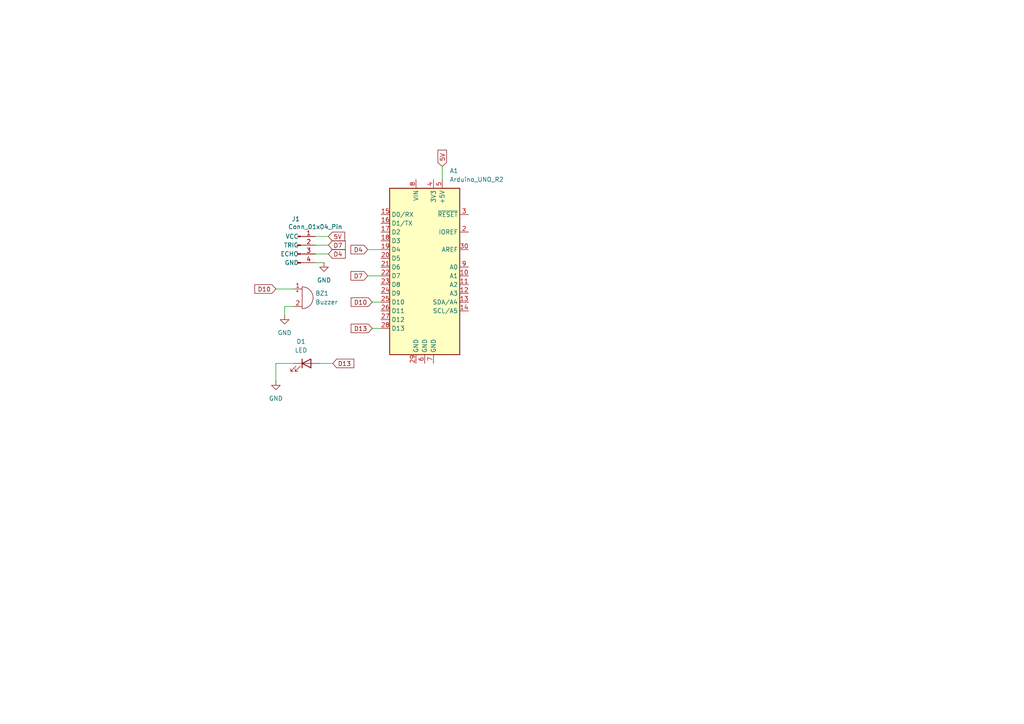
<source format=kicad_sch>
(kicad_sch
	(version 20250114)
	(generator "eeschema")
	(generator_version "9.0")
	(uuid "f689be00-2afc-4279-8dd1-eb36bb0bbea2")
	(paper "A4")
	(lib_symbols
		(symbol "Connector:Conn_01x04_Pin"
			(pin_names
				(offset 1.016)
			)
			(exclude_from_sim no)
			(in_bom yes)
			(on_board yes)
			(property "Reference" "J1"
				(at 0.635 7.62 0)
				(effects
					(font
						(size 1.27 1.27)
					)
					(justify right)
				)
			)
			(property "Value" "Conn_01x04_Pin"
				(at 12.954 5.334 0)
				(do_not_autoplace)
				(effects
					(font
						(size 1.27 1.27)
					)
					(justify right)
				)
			)
			(property "Footprint" ""
				(at 0 0 0)
				(effects
					(font
						(size 1.27 1.27)
					)
					(hide yes)
				)
			)
			(property "Datasheet" "~"
				(at 0 0 0)
				(effects
					(font
						(size 1.27 1.27)
					)
					(hide yes)
				)
			)
			(property "Description" "Generic connector, single row, 01x04, script generated"
				(at 0 0 0)
				(effects
					(font
						(size 1.27 1.27)
					)
					(hide yes)
				)
			)
			(property "ki_locked" ""
				(at 0 0 0)
				(effects
					(font
						(size 1.27 1.27)
					)
				)
			)
			(property "ki_keywords" "connector"
				(at 0 0 0)
				(effects
					(font
						(size 1.27 1.27)
					)
					(hide yes)
				)
			)
			(property "ki_fp_filters" "Connector*:*_1x??_*"
				(at 0 0 0)
				(effects
					(font
						(size 1.27 1.27)
					)
					(hide yes)
				)
			)
			(symbol "Conn_01x04_Pin_1_1"
				(rectangle
					(start 0.8636 2.667)
					(end 0 2.413)
					(stroke
						(width 0.1524)
						(type default)
					)
					(fill
						(type outline)
					)
				)
				(rectangle
					(start 0.8636 0.127)
					(end 0 -0.127)
					(stroke
						(width 0.1524)
						(type default)
					)
					(fill
						(type outline)
					)
				)
				(rectangle
					(start 0.8636 -2.413)
					(end 0 -2.667)
					(stroke
						(width 0.1524)
						(type default)
					)
					(fill
						(type outline)
					)
				)
				(rectangle
					(start 0.8636 -4.953)
					(end 0 -5.207)
					(stroke
						(width 0.1524)
						(type default)
					)
					(fill
						(type outline)
					)
				)
				(polyline
					(pts
						(xy 1.27 2.54) (xy 0.8636 2.54)
					)
					(stroke
						(width 0.1524)
						(type default)
					)
					(fill
						(type none)
					)
				)
				(polyline
					(pts
						(xy 1.27 0) (xy 0.8636 0)
					)
					(stroke
						(width 0.1524)
						(type default)
					)
					(fill
						(type none)
					)
				)
				(polyline
					(pts
						(xy 1.27 -2.54) (xy 0.8636 -2.54)
					)
					(stroke
						(width 0.1524)
						(type default)
					)
					(fill
						(type none)
					)
				)
				(polyline
					(pts
						(xy 1.27 -5.08) (xy 0.8636 -5.08)
					)
					(stroke
						(width 0.1524)
						(type default)
					)
					(fill
						(type none)
					)
				)
				(pin passive line
					(at 5.08 2.54 180)
					(length 3.81)
					(name "VCC"
						(effects
							(font
								(size 1.27 1.27)
							)
						)
					)
					(number "1"
						(effects
							(font
								(size 1.27 1.27)
							)
						)
					)
				)
				(pin passive line
					(at 5.08 0 180)
					(length 3.81)
					(name "TRIG"
						(effects
							(font
								(size 1.27 1.27)
							)
						)
					)
					(number "2"
						(effects
							(font
								(size 1.27 1.27)
							)
						)
					)
				)
				(pin passive line
					(at 5.08 -2.54 180)
					(length 3.81)
					(name "ECHO"
						(effects
							(font
								(size 1.27 1.27)
							)
						)
					)
					(number "3"
						(effects
							(font
								(size 1.27 1.27)
							)
						)
					)
				)
				(pin passive line
					(at 5.08 -5.08 180)
					(length 3.81)
					(name "GND"
						(effects
							(font
								(size 1.27 1.27)
							)
						)
					)
					(number "4"
						(effects
							(font
								(size 1.27 1.27)
							)
						)
					)
				)
			)
			(embedded_fonts no)
		)
		(symbol "Device:Buzzer"
			(pin_names
				(offset 0.0254)
				(hide yes)
			)
			(exclude_from_sim no)
			(in_bom yes)
			(on_board yes)
			(property "Reference" "BZ"
				(at 3.81 1.27 0)
				(effects
					(font
						(size 1.27 1.27)
					)
					(justify left)
				)
			)
			(property "Value" "Buzzer"
				(at 3.81 -1.27 0)
				(effects
					(font
						(size 1.27 1.27)
					)
					(justify left)
				)
			)
			(property "Footprint" ""
				(at -0.635 2.54 90)
				(effects
					(font
						(size 1.27 1.27)
					)
					(hide yes)
				)
			)
			(property "Datasheet" "~"
				(at -0.635 2.54 90)
				(effects
					(font
						(size 1.27 1.27)
					)
					(hide yes)
				)
			)
			(property "Description" "Buzzer, polarized"
				(at 0 0 0)
				(effects
					(font
						(size 1.27 1.27)
					)
					(hide yes)
				)
			)
			(property "ki_keywords" "quartz resonator ceramic"
				(at 0 0 0)
				(effects
					(font
						(size 1.27 1.27)
					)
					(hide yes)
				)
			)
			(property "ki_fp_filters" "*Buzzer*"
				(at 0 0 0)
				(effects
					(font
						(size 1.27 1.27)
					)
					(hide yes)
				)
			)
			(symbol "Buzzer_0_1"
				(polyline
					(pts
						(xy -1.651 1.905) (xy -1.143 1.905)
					)
					(stroke
						(width 0)
						(type default)
					)
					(fill
						(type none)
					)
				)
				(polyline
					(pts
						(xy -1.397 2.159) (xy -1.397 1.651)
					)
					(stroke
						(width 0)
						(type default)
					)
					(fill
						(type none)
					)
				)
				(arc
					(start 0 3.175)
					(mid 3.1612 0)
					(end 0 -3.175)
					(stroke
						(width 0)
						(type default)
					)
					(fill
						(type none)
					)
				)
				(polyline
					(pts
						(xy 0 3.175) (xy 0 -3.175)
					)
					(stroke
						(width 0)
						(type default)
					)
					(fill
						(type none)
					)
				)
			)
			(symbol "Buzzer_1_1"
				(pin passive line
					(at -2.54 2.54 0)
					(length 2.54)
					(name "+"
						(effects
							(font
								(size 1.27 1.27)
							)
						)
					)
					(number "1"
						(effects
							(font
								(size 1.27 1.27)
							)
						)
					)
				)
				(pin passive line
					(at -2.54 -2.54 0)
					(length 2.54)
					(name "-"
						(effects
							(font
								(size 1.27 1.27)
							)
						)
					)
					(number "2"
						(effects
							(font
								(size 1.27 1.27)
							)
						)
					)
				)
			)
			(embedded_fonts no)
		)
		(symbol "Device:LED"
			(pin_numbers
				(hide yes)
			)
			(pin_names
				(offset 1.016)
				(hide yes)
			)
			(exclude_from_sim no)
			(in_bom yes)
			(on_board yes)
			(property "Reference" "D"
				(at 0 2.54 0)
				(effects
					(font
						(size 1.27 1.27)
					)
				)
			)
			(property "Value" "LED"
				(at 0 -2.54 0)
				(effects
					(font
						(size 1.27 1.27)
					)
				)
			)
			(property "Footprint" ""
				(at 0 0 0)
				(effects
					(font
						(size 1.27 1.27)
					)
					(hide yes)
				)
			)
			(property "Datasheet" "~"
				(at 0 0 0)
				(effects
					(font
						(size 1.27 1.27)
					)
					(hide yes)
				)
			)
			(property "Description" "Light emitting diode"
				(at 0 0 0)
				(effects
					(font
						(size 1.27 1.27)
					)
					(hide yes)
				)
			)
			(property "Sim.Pins" "1=K 2=A"
				(at 0 0 0)
				(effects
					(font
						(size 1.27 1.27)
					)
					(hide yes)
				)
			)
			(property "ki_keywords" "LED diode"
				(at 0 0 0)
				(effects
					(font
						(size 1.27 1.27)
					)
					(hide yes)
				)
			)
			(property "ki_fp_filters" "LED* LED_SMD:* LED_THT:*"
				(at 0 0 0)
				(effects
					(font
						(size 1.27 1.27)
					)
					(hide yes)
				)
			)
			(symbol "LED_0_1"
				(polyline
					(pts
						(xy -3.048 -0.762) (xy -4.572 -2.286) (xy -3.81 -2.286) (xy -4.572 -2.286) (xy -4.572 -1.524)
					)
					(stroke
						(width 0)
						(type default)
					)
					(fill
						(type none)
					)
				)
				(polyline
					(pts
						(xy -1.778 -0.762) (xy -3.302 -2.286) (xy -2.54 -2.286) (xy -3.302 -2.286) (xy -3.302 -1.524)
					)
					(stroke
						(width 0)
						(type default)
					)
					(fill
						(type none)
					)
				)
				(polyline
					(pts
						(xy -1.27 0) (xy 1.27 0)
					)
					(stroke
						(width 0)
						(type default)
					)
					(fill
						(type none)
					)
				)
				(polyline
					(pts
						(xy -1.27 -1.27) (xy -1.27 1.27)
					)
					(stroke
						(width 0.254)
						(type default)
					)
					(fill
						(type none)
					)
				)
				(polyline
					(pts
						(xy 1.27 -1.27) (xy 1.27 1.27) (xy -1.27 0) (xy 1.27 -1.27)
					)
					(stroke
						(width 0.254)
						(type default)
					)
					(fill
						(type none)
					)
				)
			)
			(symbol "LED_1_1"
				(pin passive line
					(at -3.81 0 0)
					(length 2.54)
					(name "K"
						(effects
							(font
								(size 1.27 1.27)
							)
						)
					)
					(number "1"
						(effects
							(font
								(size 1.27 1.27)
							)
						)
					)
				)
				(pin passive line
					(at 3.81 0 180)
					(length 2.54)
					(name "A"
						(effects
							(font
								(size 1.27 1.27)
							)
						)
					)
					(number "2"
						(effects
							(font
								(size 1.27 1.27)
							)
						)
					)
				)
			)
			(embedded_fonts no)
		)
		(symbol "MCU_Module:Arduino_UNO_R2"
			(exclude_from_sim no)
			(in_bom yes)
			(on_board yes)
			(property "Reference" "A"
				(at -10.16 23.495 0)
				(effects
					(font
						(size 1.27 1.27)
					)
					(justify left bottom)
				)
			)
			(property "Value" "Arduino_UNO_R2"
				(at 5.08 -26.67 0)
				(effects
					(font
						(size 1.27 1.27)
					)
					(justify left top)
				)
			)
			(property "Footprint" "Module:Arduino_UNO_R2"
				(at 0 0 0)
				(effects
					(font
						(size 1.27 1.27)
						(italic yes)
					)
					(hide yes)
				)
			)
			(property "Datasheet" "https://www.arduino.cc/en/Main/arduinoBoardUno"
				(at 0 0 0)
				(effects
					(font
						(size 1.27 1.27)
					)
					(hide yes)
				)
			)
			(property "Description" "Arduino UNO Microcontroller Module, release 2"
				(at 0 0 0)
				(effects
					(font
						(size 1.27 1.27)
					)
					(hide yes)
				)
			)
			(property "ki_keywords" "Arduino UNO R3 Microcontroller Module Atmel AVR USB"
				(at 0 0 0)
				(effects
					(font
						(size 1.27 1.27)
					)
					(hide yes)
				)
			)
			(property "ki_fp_filters" "Arduino*UNO*R2*"
				(at 0 0 0)
				(effects
					(font
						(size 1.27 1.27)
					)
					(hide yes)
				)
			)
			(symbol "Arduino_UNO_R2_0_1"
				(rectangle
					(start -10.16 22.86)
					(end 10.16 -25.4)
					(stroke
						(width 0.254)
						(type default)
					)
					(fill
						(type background)
					)
				)
			)
			(symbol "Arduino_UNO_R2_1_1"
				(pin bidirectional line
					(at -12.7 15.24 0)
					(length 2.54)
					(name "D0/RX"
						(effects
							(font
								(size 1.27 1.27)
							)
						)
					)
					(number "15"
						(effects
							(font
								(size 1.27 1.27)
							)
						)
					)
				)
				(pin bidirectional line
					(at -12.7 12.7 0)
					(length 2.54)
					(name "D1/TX"
						(effects
							(font
								(size 1.27 1.27)
							)
						)
					)
					(number "16"
						(effects
							(font
								(size 1.27 1.27)
							)
						)
					)
				)
				(pin bidirectional line
					(at -12.7 10.16 0)
					(length 2.54)
					(name "D2"
						(effects
							(font
								(size 1.27 1.27)
							)
						)
					)
					(number "17"
						(effects
							(font
								(size 1.27 1.27)
							)
						)
					)
				)
				(pin bidirectional line
					(at -12.7 7.62 0)
					(length 2.54)
					(name "D3"
						(effects
							(font
								(size 1.27 1.27)
							)
						)
					)
					(number "18"
						(effects
							(font
								(size 1.27 1.27)
							)
						)
					)
				)
				(pin bidirectional line
					(at -12.7 5.08 0)
					(length 2.54)
					(name "D4"
						(effects
							(font
								(size 1.27 1.27)
							)
						)
					)
					(number "19"
						(effects
							(font
								(size 1.27 1.27)
							)
						)
					)
				)
				(pin bidirectional line
					(at -12.7 2.54 0)
					(length 2.54)
					(name "D5"
						(effects
							(font
								(size 1.27 1.27)
							)
						)
					)
					(number "20"
						(effects
							(font
								(size 1.27 1.27)
							)
						)
					)
				)
				(pin bidirectional line
					(at -12.7 0 0)
					(length 2.54)
					(name "D6"
						(effects
							(font
								(size 1.27 1.27)
							)
						)
					)
					(number "21"
						(effects
							(font
								(size 1.27 1.27)
							)
						)
					)
				)
				(pin bidirectional line
					(at -12.7 -2.54 0)
					(length 2.54)
					(name "D7"
						(effects
							(font
								(size 1.27 1.27)
							)
						)
					)
					(number "22"
						(effects
							(font
								(size 1.27 1.27)
							)
						)
					)
				)
				(pin bidirectional line
					(at -12.7 -5.08 0)
					(length 2.54)
					(name "D8"
						(effects
							(font
								(size 1.27 1.27)
							)
						)
					)
					(number "23"
						(effects
							(font
								(size 1.27 1.27)
							)
						)
					)
				)
				(pin bidirectional line
					(at -12.7 -7.62 0)
					(length 2.54)
					(name "D9"
						(effects
							(font
								(size 1.27 1.27)
							)
						)
					)
					(number "24"
						(effects
							(font
								(size 1.27 1.27)
							)
						)
					)
				)
				(pin bidirectional line
					(at -12.7 -10.16 0)
					(length 2.54)
					(name "D10"
						(effects
							(font
								(size 1.27 1.27)
							)
						)
					)
					(number "25"
						(effects
							(font
								(size 1.27 1.27)
							)
						)
					)
				)
				(pin bidirectional line
					(at -12.7 -12.7 0)
					(length 2.54)
					(name "D11"
						(effects
							(font
								(size 1.27 1.27)
							)
						)
					)
					(number "26"
						(effects
							(font
								(size 1.27 1.27)
							)
						)
					)
				)
				(pin bidirectional line
					(at -12.7 -15.24 0)
					(length 2.54)
					(name "D12"
						(effects
							(font
								(size 1.27 1.27)
							)
						)
					)
					(number "27"
						(effects
							(font
								(size 1.27 1.27)
							)
						)
					)
				)
				(pin bidirectional line
					(at -12.7 -17.78 0)
					(length 2.54)
					(name "D13"
						(effects
							(font
								(size 1.27 1.27)
							)
						)
					)
					(number "28"
						(effects
							(font
								(size 1.27 1.27)
							)
						)
					)
				)
				(pin no_connect line
					(at -10.16 -20.32 0)
					(length 2.54)
					(hide yes)
					(name "NC"
						(effects
							(font
								(size 1.27 1.27)
							)
						)
					)
					(number "1"
						(effects
							(font
								(size 1.27 1.27)
							)
						)
					)
				)
				(pin power_in line
					(at -2.54 25.4 270)
					(length 2.54)
					(name "VIN"
						(effects
							(font
								(size 1.27 1.27)
							)
						)
					)
					(number "8"
						(effects
							(font
								(size 1.27 1.27)
							)
						)
					)
				)
				(pin power_in line
					(at -2.54 -27.94 90)
					(length 2.54)
					(name "GND"
						(effects
							(font
								(size 1.27 1.27)
							)
						)
					)
					(number "29"
						(effects
							(font
								(size 1.27 1.27)
							)
						)
					)
				)
				(pin power_in line
					(at 0 -27.94 90)
					(length 2.54)
					(name "GND"
						(effects
							(font
								(size 1.27 1.27)
							)
						)
					)
					(number "6"
						(effects
							(font
								(size 1.27 1.27)
							)
						)
					)
				)
				(pin power_out line
					(at 2.54 25.4 270)
					(length 2.54)
					(name "3V3"
						(effects
							(font
								(size 1.27 1.27)
							)
						)
					)
					(number "4"
						(effects
							(font
								(size 1.27 1.27)
							)
						)
					)
				)
				(pin power_in line
					(at 2.54 -27.94 90)
					(length 2.54)
					(name "GND"
						(effects
							(font
								(size 1.27 1.27)
							)
						)
					)
					(number "7"
						(effects
							(font
								(size 1.27 1.27)
							)
						)
					)
				)
				(pin power_out line
					(at 5.08 25.4 270)
					(length 2.54)
					(name "+5V"
						(effects
							(font
								(size 1.27 1.27)
							)
						)
					)
					(number "5"
						(effects
							(font
								(size 1.27 1.27)
							)
						)
					)
				)
				(pin input line
					(at 12.7 15.24 180)
					(length 2.54)
					(name "~{RESET}"
						(effects
							(font
								(size 1.27 1.27)
							)
						)
					)
					(number "3"
						(effects
							(font
								(size 1.27 1.27)
							)
						)
					)
				)
				(pin output line
					(at 12.7 10.16 180)
					(length 2.54)
					(name "IOREF"
						(effects
							(font
								(size 1.27 1.27)
							)
						)
					)
					(number "2"
						(effects
							(font
								(size 1.27 1.27)
							)
						)
					)
				)
				(pin input line
					(at 12.7 5.08 180)
					(length 2.54)
					(name "AREF"
						(effects
							(font
								(size 1.27 1.27)
							)
						)
					)
					(number "30"
						(effects
							(font
								(size 1.27 1.27)
							)
						)
					)
				)
				(pin bidirectional line
					(at 12.7 0 180)
					(length 2.54)
					(name "A0"
						(effects
							(font
								(size 1.27 1.27)
							)
						)
					)
					(number "9"
						(effects
							(font
								(size 1.27 1.27)
							)
						)
					)
				)
				(pin bidirectional line
					(at 12.7 -2.54 180)
					(length 2.54)
					(name "A1"
						(effects
							(font
								(size 1.27 1.27)
							)
						)
					)
					(number "10"
						(effects
							(font
								(size 1.27 1.27)
							)
						)
					)
				)
				(pin bidirectional line
					(at 12.7 -5.08 180)
					(length 2.54)
					(name "A2"
						(effects
							(font
								(size 1.27 1.27)
							)
						)
					)
					(number "11"
						(effects
							(font
								(size 1.27 1.27)
							)
						)
					)
				)
				(pin bidirectional line
					(at 12.7 -7.62 180)
					(length 2.54)
					(name "A3"
						(effects
							(font
								(size 1.27 1.27)
							)
						)
					)
					(number "12"
						(effects
							(font
								(size 1.27 1.27)
							)
						)
					)
				)
				(pin bidirectional line
					(at 12.7 -10.16 180)
					(length 2.54)
					(name "SDA/A4"
						(effects
							(font
								(size 1.27 1.27)
							)
						)
					)
					(number "13"
						(effects
							(font
								(size 1.27 1.27)
							)
						)
					)
				)
				(pin bidirectional line
					(at 12.7 -12.7 180)
					(length 2.54)
					(name "SCL/A5"
						(effects
							(font
								(size 1.27 1.27)
							)
						)
					)
					(number "14"
						(effects
							(font
								(size 1.27 1.27)
							)
						)
					)
				)
			)
			(embedded_fonts no)
		)
		(symbol "power:GND"
			(power)
			(pin_numbers
				(hide yes)
			)
			(pin_names
				(offset 0)
				(hide yes)
			)
			(exclude_from_sim no)
			(in_bom yes)
			(on_board yes)
			(property "Reference" "#PWR"
				(at 0 -6.35 0)
				(effects
					(font
						(size 1.27 1.27)
					)
					(hide yes)
				)
			)
			(property "Value" "GND"
				(at 0 -3.81 0)
				(effects
					(font
						(size 1.27 1.27)
					)
				)
			)
			(property "Footprint" ""
				(at 0 0 0)
				(effects
					(font
						(size 1.27 1.27)
					)
					(hide yes)
				)
			)
			(property "Datasheet" ""
				(at 0 0 0)
				(effects
					(font
						(size 1.27 1.27)
					)
					(hide yes)
				)
			)
			(property "Description" "Power symbol creates a global label with name \"GND\" , ground"
				(at 0 0 0)
				(effects
					(font
						(size 1.27 1.27)
					)
					(hide yes)
				)
			)
			(property "ki_keywords" "global power"
				(at 0 0 0)
				(effects
					(font
						(size 1.27 1.27)
					)
					(hide yes)
				)
			)
			(symbol "GND_0_1"
				(polyline
					(pts
						(xy 0 0) (xy 0 -1.27) (xy 1.27 -1.27) (xy 0 -2.54) (xy -1.27 -1.27) (xy 0 -1.27)
					)
					(stroke
						(width 0)
						(type default)
					)
					(fill
						(type none)
					)
				)
			)
			(symbol "GND_1_1"
				(pin power_in line
					(at 0 0 270)
					(length 0)
					(name "~"
						(effects
							(font
								(size 1.27 1.27)
							)
						)
					)
					(number "1"
						(effects
							(font
								(size 1.27 1.27)
							)
						)
					)
				)
			)
			(embedded_fonts no)
		)
	)
	(wire
		(pts
			(xy 91.44 73.66) (xy 95.25 73.66)
		)
		(stroke
			(width 0)
			(type default)
		)
		(uuid "128a5de5-9f3a-43b1-99c3-a0491ef33623")
	)
	(wire
		(pts
			(xy 82.55 88.9) (xy 82.55 91.44)
		)
		(stroke
			(width 0)
			(type default)
		)
		(uuid "153fc1a2-3370-485f-9232-ed30ddecbc9c")
	)
	(wire
		(pts
			(xy 91.44 76.2) (xy 93.98 76.2)
		)
		(stroke
			(width 0)
			(type default)
		)
		(uuid "15a4652f-b000-439f-970b-3ad1de5c1a2b")
	)
	(wire
		(pts
			(xy 106.68 80.01) (xy 110.49 80.01)
		)
		(stroke
			(width 0)
			(type default)
		)
		(uuid "28c1e2fe-285a-43dd-8f8c-cd284478ac52")
	)
	(wire
		(pts
			(xy 91.44 71.12) (xy 95.25 71.12)
		)
		(stroke
			(width 0)
			(type default)
		)
		(uuid "5dcf6d4a-21d1-4a5f-9398-c6ef9b183488")
	)
	(wire
		(pts
			(xy 107.95 95.25) (xy 110.49 95.25)
		)
		(stroke
			(width 0)
			(type default)
		)
		(uuid "634ff2cb-919e-4e3d-b2f8-2e1c5bef8321")
	)
	(wire
		(pts
			(xy 128.27 48.26) (xy 128.27 52.07)
		)
		(stroke
			(width 0)
			(type default)
		)
		(uuid "66dda92b-54c7-42fb-a9f0-5ac0c1314ad5")
	)
	(wire
		(pts
			(xy 92.71 105.41) (xy 96.52 105.41)
		)
		(stroke
			(width 0)
			(type default)
		)
		(uuid "966e1b48-906c-4dbc-a87b-abc861f8d828")
	)
	(wire
		(pts
			(xy 80.01 83.82) (xy 85.09 83.82)
		)
		(stroke
			(width 0)
			(type default)
		)
		(uuid "acbfd940-9116-4de6-b359-3084d64c73e5")
	)
	(wire
		(pts
			(xy 106.68 72.39) (xy 110.49 72.39)
		)
		(stroke
			(width 0)
			(type default)
		)
		(uuid "bba20dad-1091-4d64-8b5f-cf04953e6861")
	)
	(wire
		(pts
			(xy 107.95 87.63) (xy 110.49 87.63)
		)
		(stroke
			(width 0)
			(type default)
		)
		(uuid "c782c06b-ed20-49ca-bf6c-153dbc387016")
	)
	(wire
		(pts
			(xy 91.44 68.58) (xy 95.25 68.58)
		)
		(stroke
			(width 0)
			(type default)
		)
		(uuid "e03d455a-8caa-4581-a5c4-df58cef4a76d")
	)
	(wire
		(pts
			(xy 85.09 105.41) (xy 80.01 105.41)
		)
		(stroke
			(width 0)
			(type default)
		)
		(uuid "e0ffd6f1-c724-48c0-b4db-0c56aaa29bbd")
	)
	(wire
		(pts
			(xy 85.09 88.9) (xy 82.55 88.9)
		)
		(stroke
			(width 0)
			(type default)
		)
		(uuid "e6ba00eb-a0d8-42a5-ad06-d7a92d177d4e")
	)
	(wire
		(pts
			(xy 80.01 105.41) (xy 80.01 110.49)
		)
		(stroke
			(width 0)
			(type default)
		)
		(uuid "f4e06ffb-a2ee-4be3-86cf-4fbfb0722cb1")
	)
	(global_label "D7"
		(shape input)
		(at 106.68 80.01 180)
		(fields_autoplaced yes)
		(effects
			(font
				(size 1.27 1.27)
			)
			(justify right)
		)
		(uuid "120aa4c7-7f99-4c6e-86c7-e2ae488fb4e1")
		(property "Intersheetrefs" "${INTERSHEET_REFS}"
			(at 101.2153 80.01 0)
			(effects
				(font
					(size 1.27 1.27)
				)
				(justify right)
				(hide yes)
			)
		)
	)
	(global_label "D7"
		(shape input)
		(at 95.25 71.12 0)
		(fields_autoplaced yes)
		(effects
			(font
				(size 1.27 1.27)
			)
			(justify left)
		)
		(uuid "14ff8674-67ea-41d9-92a4-791fdfb272fa")
		(property "Intersheetrefs" "${INTERSHEET_REFS}"
			(at 100.7147 71.12 0)
			(effects
				(font
					(size 1.27 1.27)
				)
				(justify left)
				(hide yes)
			)
		)
	)
	(global_label "D13"
		(shape input)
		(at 96.52 105.41 0)
		(fields_autoplaced yes)
		(effects
			(font
				(size 1.27 1.27)
			)
			(justify left)
		)
		(uuid "36419f5c-1f59-41a6-a565-6d0b03ae2708")
		(property "Intersheetrefs" "${INTERSHEET_REFS}"
			(at 103.1942 105.41 0)
			(effects
				(font
					(size 1.27 1.27)
				)
				(justify left)
				(hide yes)
			)
		)
	)
	(global_label "D10"
		(shape input)
		(at 80.01 83.82 180)
		(fields_autoplaced yes)
		(effects
			(font
				(size 1.27 1.27)
			)
			(justify right)
		)
		(uuid "5449f833-3203-42c0-80e9-31c22cc36b72")
		(property "Intersheetrefs" "${INTERSHEET_REFS}"
			(at 73.3358 83.82 0)
			(effects
				(font
					(size 1.27 1.27)
				)
				(justify right)
				(hide yes)
			)
		)
	)
	(global_label "D13"
		(shape input)
		(at 107.95 95.25 180)
		(fields_autoplaced yes)
		(effects
			(font
				(size 1.27 1.27)
			)
			(justify right)
		)
		(uuid "5d7b61d4-14f5-4228-81b2-3181cd33e18a")
		(property "Intersheetrefs" "${INTERSHEET_REFS}"
			(at 101.2758 95.25 0)
			(effects
				(font
					(size 1.27 1.27)
				)
				(justify right)
				(hide yes)
			)
		)
	)
	(global_label "5V"
		(shape input)
		(at 95.25 68.58 0)
		(fields_autoplaced yes)
		(effects
			(font
				(size 1.27 1.27)
			)
			(justify left)
		)
		(uuid "5ea9294e-bfcd-44af-afc9-bbcbdf427aac")
		(property "Intersheetrefs" "${INTERSHEET_REFS}"
			(at 100.5333 68.58 0)
			(effects
				(font
					(size 1.27 1.27)
				)
				(justify left)
				(hide yes)
			)
		)
	)
	(global_label "D4"
		(shape input)
		(at 106.68 72.39 180)
		(fields_autoplaced yes)
		(effects
			(font
				(size 1.27 1.27)
			)
			(justify right)
		)
		(uuid "5fb88414-36a3-4034-9892-fa30eac599c6")
		(property "Intersheetrefs" "${INTERSHEET_REFS}"
			(at 101.2153 72.39 0)
			(effects
				(font
					(size 1.27 1.27)
				)
				(justify right)
				(hide yes)
			)
		)
	)
	(global_label "D10"
		(shape input)
		(at 107.95 87.63 180)
		(fields_autoplaced yes)
		(effects
			(font
				(size 1.27 1.27)
			)
			(justify right)
		)
		(uuid "786941e7-5c28-4e21-87d9-dfff9d95678a")
		(property "Intersheetrefs" "${INTERSHEET_REFS}"
			(at 101.2758 87.63 0)
			(effects
				(font
					(size 1.27 1.27)
				)
				(justify right)
				(hide yes)
			)
		)
	)
	(global_label "5V"
		(shape input)
		(at 128.27 48.26 90)
		(fields_autoplaced yes)
		(effects
			(font
				(size 1.27 1.27)
			)
			(justify left)
		)
		(uuid "7eb1eb76-1847-41d2-829f-cbb8c7175e57")
		(property "Intersheetrefs" "${INTERSHEET_REFS}"
			(at 128.27 42.9767 90)
			(effects
				(font
					(size 1.27 1.27)
				)
				(justify left)
				(hide yes)
			)
		)
	)
	(global_label "D4"
		(shape input)
		(at 95.25 73.66 0)
		(fields_autoplaced yes)
		(effects
			(font
				(size 1.27 1.27)
			)
			(justify left)
		)
		(uuid "975c6f0f-769b-444d-b3b6-22d83f4f5756")
		(property "Intersheetrefs" "${INTERSHEET_REFS}"
			(at 100.7147 73.66 0)
			(effects
				(font
					(size 1.27 1.27)
				)
				(justify left)
				(hide yes)
			)
		)
	)
	(symbol
		(lib_id "Device:LED")
		(at 88.9 105.41 0)
		(unit 1)
		(exclude_from_sim no)
		(in_bom yes)
		(on_board yes)
		(dnp no)
		(fields_autoplaced yes)
		(uuid "05506617-fe88-4e09-af4b-befaddb12a41")
		(property "Reference" "D1"
			(at 87.3125 99.06 0)
			(effects
				(font
					(size 1.27 1.27)
				)
			)
		)
		(property "Value" "LED"
			(at 87.3125 101.6 0)
			(effects
				(font
					(size 1.27 1.27)
				)
			)
		)
		(property "Footprint" ""
			(at 88.9 105.41 0)
			(effects
				(font
					(size 1.27 1.27)
				)
				(hide yes)
			)
		)
		(property "Datasheet" "~"
			(at 88.9 105.41 0)
			(effects
				(font
					(size 1.27 1.27)
				)
				(hide yes)
			)
		)
		(property "Description" "Light emitting diode"
			(at 88.9 105.41 0)
			(effects
				(font
					(size 1.27 1.27)
				)
				(hide yes)
			)
		)
		(property "Sim.Pins" "1=K 2=A"
			(at 88.9 105.41 0)
			(effects
				(font
					(size 1.27 1.27)
				)
				(hide yes)
			)
		)
		(pin "1"
			(uuid "6bb98607-e507-4219-bd0b-92420c6e521e")
		)
		(pin "2"
			(uuid "e75fdca8-d396-4498-8916-e270bbc56c91")
		)
		(instances
			(project ""
				(path "/f689be00-2afc-4279-8dd1-eb36bb0bbea2"
					(reference "D1")
					(unit 1)
				)
			)
		)
	)
	(symbol
		(lib_id "power:GND")
		(at 93.98 76.2 0)
		(unit 1)
		(exclude_from_sim no)
		(in_bom yes)
		(on_board yes)
		(dnp no)
		(fields_autoplaced yes)
		(uuid "1e42a49d-8df4-4817-af97-413bae81f1c8")
		(property "Reference" "#PWR03"
			(at 93.98 82.55 0)
			(effects
				(font
					(size 1.27 1.27)
				)
				(hide yes)
			)
		)
		(property "Value" "GND"
			(at 93.98 81.28 0)
			(effects
				(font
					(size 1.27 1.27)
				)
			)
		)
		(property "Footprint" ""
			(at 93.98 76.2 0)
			(effects
				(font
					(size 1.27 1.27)
				)
				(hide yes)
			)
		)
		(property "Datasheet" ""
			(at 93.98 76.2 0)
			(effects
				(font
					(size 1.27 1.27)
				)
				(hide yes)
			)
		)
		(property "Description" "Power symbol creates a global label with name \"GND\" , ground"
			(at 93.98 76.2 0)
			(effects
				(font
					(size 1.27 1.27)
				)
				(hide yes)
			)
		)
		(pin "1"
			(uuid "bb2490d7-8a57-4d94-b9f3-442fc83a9773")
		)
		(instances
			(project ""
				(path "/f689be00-2afc-4279-8dd1-eb36bb0bbea2"
					(reference "#PWR03")
					(unit 1)
				)
			)
		)
	)
	(symbol
		(lib_id "power:GND")
		(at 82.55 91.44 0)
		(unit 1)
		(exclude_from_sim no)
		(in_bom yes)
		(on_board yes)
		(dnp no)
		(fields_autoplaced yes)
		(uuid "86058b5e-89c8-4f40-978a-198ca8d21ccf")
		(property "Reference" "#PWR2"
			(at 82.55 97.79 0)
			(effects
				(font
					(size 1.27 1.27)
				)
				(hide yes)
			)
		)
		(property "Value" "GND"
			(at 82.55 96.52 0)
			(effects
				(font
					(size 1.27 1.27)
				)
			)
		)
		(property "Footprint" ""
			(at 82.55 91.44 0)
			(effects
				(font
					(size 1.27 1.27)
				)
				(hide yes)
			)
		)
		(property "Datasheet" ""
			(at 82.55 91.44 0)
			(effects
				(font
					(size 1.27 1.27)
				)
				(hide yes)
			)
		)
		(property "Description" "Power symbol creates a global label with name \"GND\" , ground"
			(at 82.55 91.44 0)
			(effects
				(font
					(size 1.27 1.27)
				)
				(hide yes)
			)
		)
		(pin "1"
			(uuid "34312615-3af6-4d35-820e-f21759e3b51d")
		)
		(instances
			(project ""
				(path "/f689be00-2afc-4279-8dd1-eb36bb0bbea2"
					(reference "#PWR2")
					(unit 1)
				)
			)
		)
	)
	(symbol
		(lib_id "Connector:Conn_01x04_Pin")
		(at 86.36 71.12 0)
		(unit 1)
		(exclude_from_sim no)
		(in_bom yes)
		(on_board yes)
		(dnp no)
		(uuid "89830225-2347-443a-ae5b-b91cfcb9220c")
		(property "Reference" "J1"
			(at 86.995 63.5 0)
			(effects
				(font
					(size 1.27 1.27)
				)
				(justify right)
			)
		)
		(property "Value" "Conn_01x04_Pin"
			(at 99.314 65.786 0)
			(do_not_autoplace yes)
			(effects
				(font
					(size 1.27 1.27)
				)
				(justify right)
			)
		)
		(property "Footprint" ""
			(at 86.36 71.12 0)
			(effects
				(font
					(size 1.27 1.27)
				)
				(hide yes)
			)
		)
		(property "Datasheet" "~"
			(at 86.36 71.12 0)
			(effects
				(font
					(size 1.27 1.27)
				)
				(hide yes)
			)
		)
		(property "Description" "Generic connector, single row, 01x04, script generated"
			(at 86.36 71.12 0)
			(effects
				(font
					(size 1.27 1.27)
				)
				(hide yes)
			)
		)
		(pin "3"
			(uuid "a0be0a72-dbd2-41bf-97c8-350d272e96e4")
		)
		(pin "2"
			(uuid "51ad3b57-9519-4e93-8042-a2f680f08b43")
		)
		(pin "4"
			(uuid "4cc9a4dc-f8d4-415e-b6a4-04471597c41e")
		)
		(pin "1"
			(uuid "9164bb95-d799-4416-b3d0-5c93261c0541")
		)
		(instances
			(project ""
				(path "/f689be00-2afc-4279-8dd1-eb36bb0bbea2"
					(reference "J1")
					(unit 1)
				)
			)
		)
	)
	(symbol
		(lib_id "Device:Buzzer")
		(at 87.63 86.36 0)
		(unit 1)
		(exclude_from_sim no)
		(in_bom yes)
		(on_board yes)
		(dnp no)
		(fields_autoplaced yes)
		(uuid "b71f7178-a6af-4182-bb4e-df3fa3b54b56")
		(property "Reference" "BZ1"
			(at 91.44 85.0899 0)
			(effects
				(font
					(size 1.27 1.27)
				)
				(justify left)
			)
		)
		(property "Value" "Buzzer"
			(at 91.44 87.6299 0)
			(effects
				(font
					(size 1.27 1.27)
				)
				(justify left)
			)
		)
		(property "Footprint" ""
			(at 86.995 83.82 90)
			(effects
				(font
					(size 1.27 1.27)
				)
				(hide yes)
			)
		)
		(property "Datasheet" "~"
			(at 86.995 83.82 90)
			(effects
				(font
					(size 1.27 1.27)
				)
				(hide yes)
			)
		)
		(property "Description" "Buzzer, polarized"
			(at 87.63 86.36 0)
			(effects
				(font
					(size 1.27 1.27)
				)
				(hide yes)
			)
		)
		(pin "1"
			(uuid "7fc64e47-9180-4309-baf0-44fdb2116ced")
		)
		(pin "2"
			(uuid "739dbe9a-8371-4f48-8c43-406f526651e3")
		)
		(instances
			(project ""
				(path "/f689be00-2afc-4279-8dd1-eb36bb0bbea2"
					(reference "BZ1")
					(unit 1)
				)
			)
		)
	)
	(symbol
		(lib_id "MCU_Module:Arduino_UNO_R2")
		(at 123.19 77.47 0)
		(unit 1)
		(exclude_from_sim no)
		(in_bom yes)
		(on_board yes)
		(dnp no)
		(fields_autoplaced yes)
		(uuid "fa15506b-fd5f-41e0-a167-ec2d90957ca5")
		(property "Reference" "A1"
			(at 130.4133 49.53 0)
			(effects
				(font
					(size 1.27 1.27)
				)
				(justify left)
			)
		)
		(property "Value" "Arduino_UNO_R2"
			(at 130.4133 52.07 0)
			(effects
				(font
					(size 1.27 1.27)
				)
				(justify left)
			)
		)
		(property "Footprint" "Module:Arduino_UNO_R2"
			(at 123.19 77.47 0)
			(effects
				(font
					(size 1.27 1.27)
					(italic yes)
				)
				(hide yes)
			)
		)
		(property "Datasheet" "https://www.arduino.cc/en/Main/arduinoBoardUno"
			(at 123.19 77.47 0)
			(effects
				(font
					(size 1.27 1.27)
				)
				(hide yes)
			)
		)
		(property "Description" "Arduino UNO Microcontroller Module, release 2"
			(at 123.19 77.47 0)
			(effects
				(font
					(size 1.27 1.27)
				)
				(hide yes)
			)
		)
		(pin "10"
			(uuid "b8d8e30d-f074-4ae4-89b1-6156c347f424")
		)
		(pin "14"
			(uuid "9ccdd90e-d4c4-437b-97f2-aeb98c985d38")
		)
		(pin "11"
			(uuid "0462e451-bb24-43a8-817b-645f8f849c72")
		)
		(pin "30"
			(uuid "0190eef4-a6fe-46a5-8e84-259149781575")
		)
		(pin "12"
			(uuid "4ff0f0a0-d348-44ea-852d-76b1eaae4b62")
		)
		(pin "9"
			(uuid "34da449e-8bb5-4922-a39a-0658b1cd9771")
		)
		(pin "3"
			(uuid "b331229d-481b-4a82-b28d-2bab3e52b868")
		)
		(pin "13"
			(uuid "4132153f-dbae-4c9f-90c4-340f5540f428")
		)
		(pin "2"
			(uuid "766625f8-ecc8-4935-a1d9-8ab268d691b5")
		)
		(pin "6"
			(uuid "af77892f-a02d-4d6d-9ba7-c4e5a0cd61dc")
		)
		(pin "27"
			(uuid "8294a063-373e-4051-aa06-f5944b7f087a")
		)
		(pin "5"
			(uuid "322ab912-c25f-4fa3-b9e3-77d5176b88ce")
		)
		(pin "16"
			(uuid "5b8609b5-05c4-4bc0-94e7-8fb76bd6ac12")
		)
		(pin "19"
			(uuid "eb3e3339-1cb3-4c39-9727-fb440e3798fc")
		)
		(pin "17"
			(uuid "8f4b991b-5a24-4fc9-aa3f-209e882fe478")
		)
		(pin "21"
			(uuid "20890be9-be6b-4f71-b5ee-bb27f5afcc8e")
		)
		(pin "24"
			(uuid "24a9bbd4-78ac-4f24-882d-cc658f7dcad6")
		)
		(pin "23"
			(uuid "9acfa4f8-8a3d-49ee-97d9-fbc0b341a975")
		)
		(pin "20"
			(uuid "be5e5195-f439-4f36-9477-22e95f522ed4")
		)
		(pin "8"
			(uuid "036b31e0-a3df-4a45-91a0-f1c58dd1452f")
		)
		(pin "18"
			(uuid "36c41014-be94-4b93-97f4-ce93f94423b6")
		)
		(pin "1"
			(uuid "85d36118-b8fa-48f1-bda3-8dd68d7f0ae3")
		)
		(pin "28"
			(uuid "4ad01e1b-cff3-41c9-99a4-7e418b993e39")
		)
		(pin "29"
			(uuid "18e99289-db0b-4a59-a1c1-43dec81a248e")
		)
		(pin "4"
			(uuid "9b346fa4-99e9-4aa9-8276-90437a16754d")
		)
		(pin "26"
			(uuid "3bbd938e-2895-4975-b979-e1cd7e98f3b6")
		)
		(pin "25"
			(uuid "75813169-16c0-416b-8d8b-d02fe87691ba")
		)
		(pin "15"
			(uuid "e27ca8d8-c954-4476-b536-5d6b7634876a")
		)
		(pin "22"
			(uuid "4eb25e78-240a-42b9-97ff-b3bfad2e4be1")
		)
		(pin "7"
			(uuid "cde58b05-bcb7-446e-b839-a625ad902509")
		)
		(instances
			(project ""
				(path "/f689be00-2afc-4279-8dd1-eb36bb0bbea2"
					(reference "A1")
					(unit 1)
				)
			)
		)
	)
	(symbol
		(lib_id "power:GND")
		(at 80.01 110.49 0)
		(unit 1)
		(exclude_from_sim no)
		(in_bom yes)
		(on_board yes)
		(dnp no)
		(fields_autoplaced yes)
		(uuid "fc536d8f-c38a-48ea-ab04-5de2b89d0a67")
		(property "Reference" "#PWR1"
			(at 80.01 116.84 0)
			(effects
				(font
					(size 1.27 1.27)
				)
				(hide yes)
			)
		)
		(property "Value" "GND"
			(at 80.01 115.57 0)
			(effects
				(font
					(size 1.27 1.27)
				)
			)
		)
		(property "Footprint" ""
			(at 80.01 110.49 0)
			(effects
				(font
					(size 1.27 1.27)
				)
				(hide yes)
			)
		)
		(property "Datasheet" ""
			(at 80.01 110.49 0)
			(effects
				(font
					(size 1.27 1.27)
				)
				(hide yes)
			)
		)
		(property "Description" "Power symbol creates a global label with name \"GND\" , ground"
			(at 80.01 110.49 0)
			(effects
				(font
					(size 1.27 1.27)
				)
				(hide yes)
			)
		)
		(pin "1"
			(uuid "dcf4d130-76d9-4351-ab4a-27a4c93ee78d")
		)
		(instances
			(project ""
				(path "/f689be00-2afc-4279-8dd1-eb36bb0bbea2"
					(reference "#PWR1")
					(unit 1)
				)
			)
		)
	)
	(sheet_instances
		(path "/"
			(page "1")
		)
	)
	(embedded_fonts no)
)

</source>
